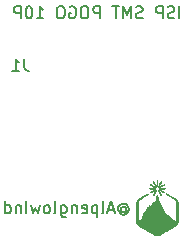
<source format=gbr>
%TF.GenerationSoftware,KiCad,Pcbnew,(5.1.8)-1*%
%TF.CreationDate,2021-11-24T15:46:08-08:00*%
%TF.ProjectId,ISP_SMT_Pogo_10p,4953505f-534d-4545-9f50-6f676f5f3130,rev?*%
%TF.SameCoordinates,Original*%
%TF.FileFunction,Legend,Bot*%
%TF.FilePolarity,Positive*%
%FSLAX46Y46*%
G04 Gerber Fmt 4.6, Leading zero omitted, Abs format (unit mm)*
G04 Created by KiCad (PCBNEW (5.1.8)-1) date 2021-11-24 15:46:08*
%MOMM*%
%LPD*%
G01*
G04 APERTURE LIST*
%ADD10C,0.150000*%
%ADD11C,0.010000*%
G04 APERTURE END LIST*
D10*
X139219214Y-90146190D02*
X139266385Y-90098571D01*
X139360728Y-90050952D01*
X139455071Y-90050952D01*
X139549414Y-90098571D01*
X139596585Y-90146190D01*
X139643757Y-90241428D01*
X139643757Y-90336666D01*
X139596585Y-90431904D01*
X139549414Y-90479523D01*
X139455071Y-90527142D01*
X139360728Y-90527142D01*
X139266385Y-90479523D01*
X139219214Y-90431904D01*
X139219214Y-90050952D02*
X139219214Y-90431904D01*
X139172042Y-90479523D01*
X139124871Y-90479523D01*
X139030528Y-90431904D01*
X138983357Y-90336666D01*
X138983357Y-90098571D01*
X139077700Y-89955714D01*
X139219214Y-89860476D01*
X139407900Y-89812857D01*
X139596585Y-89860476D01*
X139738100Y-89955714D01*
X139832442Y-90098571D01*
X139879614Y-90289047D01*
X139832442Y-90479523D01*
X139738100Y-90622380D01*
X139596585Y-90717619D01*
X139407900Y-90765238D01*
X139219214Y-90717619D01*
X139077700Y-90622380D01*
X138605985Y-90336666D02*
X138134271Y-90336666D01*
X138700328Y-90622380D02*
X138370128Y-89622380D01*
X138039928Y-90622380D01*
X137568214Y-90622380D02*
X137662557Y-90574761D01*
X137709728Y-90479523D01*
X137709728Y-89622380D01*
X137190842Y-89955714D02*
X137190842Y-90955714D01*
X137190842Y-90003333D02*
X137096500Y-89955714D01*
X136907814Y-89955714D01*
X136813471Y-90003333D01*
X136766300Y-90050952D01*
X136719128Y-90146190D01*
X136719128Y-90431904D01*
X136766300Y-90527142D01*
X136813471Y-90574761D01*
X136907814Y-90622380D01*
X137096500Y-90622380D01*
X137190842Y-90574761D01*
X135917214Y-90574761D02*
X136011557Y-90622380D01*
X136200242Y-90622380D01*
X136294585Y-90574761D01*
X136341757Y-90479523D01*
X136341757Y-90098571D01*
X136294585Y-90003333D01*
X136200242Y-89955714D01*
X136011557Y-89955714D01*
X135917214Y-90003333D01*
X135870042Y-90098571D01*
X135870042Y-90193809D01*
X136341757Y-90289047D01*
X135445500Y-89955714D02*
X135445500Y-90622380D01*
X135445500Y-90050952D02*
X135398328Y-90003333D01*
X135303985Y-89955714D01*
X135162471Y-89955714D01*
X135068128Y-90003333D01*
X135020957Y-90098571D01*
X135020957Y-90622380D01*
X134124700Y-89955714D02*
X134124700Y-90765238D01*
X134171871Y-90860476D01*
X134219042Y-90908095D01*
X134313385Y-90955714D01*
X134454900Y-90955714D01*
X134549242Y-90908095D01*
X134124700Y-90574761D02*
X134219042Y-90622380D01*
X134407728Y-90622380D01*
X134502071Y-90574761D01*
X134549242Y-90527142D01*
X134596414Y-90431904D01*
X134596414Y-90146190D01*
X134549242Y-90050952D01*
X134502071Y-90003333D01*
X134407728Y-89955714D01*
X134219042Y-89955714D01*
X134124700Y-90003333D01*
X133511471Y-90622380D02*
X133605814Y-90574761D01*
X133652985Y-90479523D01*
X133652985Y-89622380D01*
X132992585Y-90622380D02*
X133086928Y-90574761D01*
X133134100Y-90527142D01*
X133181271Y-90431904D01*
X133181271Y-90146190D01*
X133134100Y-90050952D01*
X133086928Y-90003333D01*
X132992585Y-89955714D01*
X132851071Y-89955714D01*
X132756728Y-90003333D01*
X132709557Y-90050952D01*
X132662385Y-90146190D01*
X132662385Y-90431904D01*
X132709557Y-90527142D01*
X132756728Y-90574761D01*
X132851071Y-90622380D01*
X132992585Y-90622380D01*
X132332185Y-89955714D02*
X132143500Y-90622380D01*
X131954814Y-90146190D01*
X131766128Y-90622380D01*
X131577442Y-89955714D01*
X131200071Y-90622380D02*
X131200071Y-89622380D01*
X130728357Y-89955714D02*
X130728357Y-90622380D01*
X130728357Y-90050952D02*
X130681185Y-90003333D01*
X130586842Y-89955714D01*
X130445328Y-89955714D01*
X130350985Y-90003333D01*
X130303814Y-90098571D01*
X130303814Y-90622380D01*
X129407557Y-90622380D02*
X129407557Y-89622380D01*
X129407557Y-90574761D02*
X129501900Y-90622380D01*
X129690585Y-90622380D01*
X129784928Y-90574761D01*
X129832100Y-90527142D01*
X129879271Y-90431904D01*
X129879271Y-90146190D01*
X129832100Y-90050952D01*
X129784928Y-90003333D01*
X129690585Y-89955714D01*
X129501900Y-89955714D01*
X129407557Y-90003333D01*
X144141371Y-74112380D02*
X144141371Y-73112380D01*
X143716828Y-74064761D02*
X143575314Y-74112380D01*
X143339457Y-74112380D01*
X143245114Y-74064761D01*
X143197942Y-74017142D01*
X143150771Y-73921904D01*
X143150771Y-73826666D01*
X143197942Y-73731428D01*
X143245114Y-73683809D01*
X143339457Y-73636190D01*
X143528142Y-73588571D01*
X143622485Y-73540952D01*
X143669657Y-73493333D01*
X143716828Y-73398095D01*
X143716828Y-73302857D01*
X143669657Y-73207619D01*
X143622485Y-73160000D01*
X143528142Y-73112380D01*
X143292285Y-73112380D01*
X143150771Y-73160000D01*
X142726228Y-74112380D02*
X142726228Y-73112380D01*
X142348857Y-73112380D01*
X142254514Y-73160000D01*
X142207342Y-73207619D01*
X142160171Y-73302857D01*
X142160171Y-73445714D01*
X142207342Y-73540952D01*
X142254514Y-73588571D01*
X142348857Y-73636190D01*
X142726228Y-73636190D01*
X141028057Y-74064761D02*
X140886542Y-74112380D01*
X140650685Y-74112380D01*
X140556342Y-74064761D01*
X140509171Y-74017142D01*
X140462000Y-73921904D01*
X140462000Y-73826666D01*
X140509171Y-73731428D01*
X140556342Y-73683809D01*
X140650685Y-73636190D01*
X140839371Y-73588571D01*
X140933714Y-73540952D01*
X140980885Y-73493333D01*
X141028057Y-73398095D01*
X141028057Y-73302857D01*
X140980885Y-73207619D01*
X140933714Y-73160000D01*
X140839371Y-73112380D01*
X140603514Y-73112380D01*
X140462000Y-73160000D01*
X140037457Y-74112380D02*
X140037457Y-73112380D01*
X139707257Y-73826666D01*
X139377057Y-73112380D01*
X139377057Y-74112380D01*
X139046857Y-73112380D02*
X138480800Y-73112380D01*
X138763828Y-74112380D02*
X138763828Y-73112380D01*
X137395857Y-74112380D02*
X137395857Y-73112380D01*
X137018485Y-73112380D01*
X136924142Y-73160000D01*
X136876971Y-73207619D01*
X136829800Y-73302857D01*
X136829800Y-73445714D01*
X136876971Y-73540952D01*
X136924142Y-73588571D01*
X137018485Y-73636190D01*
X137395857Y-73636190D01*
X136216571Y-73112380D02*
X136027885Y-73112380D01*
X135933542Y-73160000D01*
X135839200Y-73255238D01*
X135792028Y-73445714D01*
X135792028Y-73779047D01*
X135839200Y-73969523D01*
X135933542Y-74064761D01*
X136027885Y-74112380D01*
X136216571Y-74112380D01*
X136310914Y-74064761D01*
X136405257Y-73969523D01*
X136452428Y-73779047D01*
X136452428Y-73445714D01*
X136405257Y-73255238D01*
X136310914Y-73160000D01*
X136216571Y-73112380D01*
X134848600Y-73160000D02*
X134942942Y-73112380D01*
X135084457Y-73112380D01*
X135225971Y-73160000D01*
X135320314Y-73255238D01*
X135367485Y-73350476D01*
X135414657Y-73540952D01*
X135414657Y-73683809D01*
X135367485Y-73874285D01*
X135320314Y-73969523D01*
X135225971Y-74064761D01*
X135084457Y-74112380D01*
X134990114Y-74112380D01*
X134848600Y-74064761D01*
X134801428Y-74017142D01*
X134801428Y-73683809D01*
X134990114Y-73683809D01*
X134188200Y-73112380D02*
X133999514Y-73112380D01*
X133905171Y-73160000D01*
X133810828Y-73255238D01*
X133763657Y-73445714D01*
X133763657Y-73779047D01*
X133810828Y-73969523D01*
X133905171Y-74064761D01*
X133999514Y-74112380D01*
X134188200Y-74112380D01*
X134282542Y-74064761D01*
X134376885Y-73969523D01*
X134424057Y-73779047D01*
X134424057Y-73445714D01*
X134376885Y-73255238D01*
X134282542Y-73160000D01*
X134188200Y-73112380D01*
X132065485Y-74112380D02*
X132631542Y-74112380D01*
X132348514Y-74112380D02*
X132348514Y-73112380D01*
X132442857Y-73255238D01*
X132537200Y-73350476D01*
X132631542Y-73398095D01*
X131452257Y-73112380D02*
X131357914Y-73112380D01*
X131263571Y-73160000D01*
X131216400Y-73207619D01*
X131169228Y-73302857D01*
X131122057Y-73493333D01*
X131122057Y-73731428D01*
X131169228Y-73921904D01*
X131216400Y-74017142D01*
X131263571Y-74064761D01*
X131357914Y-74112380D01*
X131452257Y-74112380D01*
X131546600Y-74064761D01*
X131593771Y-74017142D01*
X131640942Y-73921904D01*
X131688114Y-73731428D01*
X131688114Y-73493333D01*
X131640942Y-73302857D01*
X131593771Y-73207619D01*
X131546600Y-73160000D01*
X131452257Y-73112380D01*
X130697514Y-74112380D02*
X130697514Y-73112380D01*
X130320142Y-73112380D01*
X130225800Y-73160000D01*
X130178628Y-73207619D01*
X130131457Y-73302857D01*
X130131457Y-73445714D01*
X130178628Y-73540952D01*
X130225800Y-73588571D01*
X130320142Y-73636190D01*
X130697514Y-73636190D01*
D11*
%TO.C,G\u002A\u002A\u002A*%
G36*
X142247022Y-87836940D02*
G01*
X142240334Y-87865859D01*
X142232421Y-87908408D01*
X142225464Y-87951749D01*
X142217081Y-88011973D01*
X142212941Y-88058388D01*
X142212965Y-88099870D01*
X142217076Y-88145296D01*
X142223387Y-88191318D01*
X142232498Y-88252880D01*
X142239019Y-88294666D01*
X142243695Y-88319746D01*
X142247270Y-88331192D01*
X142250491Y-88332075D01*
X142254102Y-88325468D01*
X142255270Y-88322727D01*
X142259818Y-88304332D01*
X142266131Y-88268893D01*
X142273219Y-88222288D01*
X142277513Y-88190792D01*
X142284258Y-88130716D01*
X142286636Y-88080404D01*
X142284567Y-88029896D01*
X142277973Y-87969228D01*
X142275597Y-87951223D01*
X142268177Y-87900806D01*
X142261017Y-87860129D01*
X142255012Y-87833839D01*
X142251526Y-87826272D01*
X142247022Y-87836940D01*
G37*
X142247022Y-87836940D02*
X142240334Y-87865859D01*
X142232421Y-87908408D01*
X142225464Y-87951749D01*
X142217081Y-88011973D01*
X142212941Y-88058388D01*
X142212965Y-88099870D01*
X142217076Y-88145296D01*
X142223387Y-88191318D01*
X142232498Y-88252880D01*
X142239019Y-88294666D01*
X142243695Y-88319746D01*
X142247270Y-88331192D01*
X142250491Y-88332075D01*
X142254102Y-88325468D01*
X142255270Y-88322727D01*
X142259818Y-88304332D01*
X142266131Y-88268893D01*
X142273219Y-88222288D01*
X142277513Y-88190792D01*
X142284258Y-88130716D01*
X142286636Y-88080404D01*
X142284567Y-88029896D01*
X142277973Y-87969228D01*
X142275597Y-87951223D01*
X142268177Y-87900806D01*
X142261017Y-87860129D01*
X142255012Y-87833839D01*
X142251526Y-87826272D01*
X142247022Y-87836940D01*
G36*
X141911644Y-87933879D02*
G01*
X141920557Y-87962918D01*
X141935084Y-88004167D01*
X141950173Y-88044002D01*
X141981571Y-88117140D01*
X142015737Y-88178929D01*
X142059223Y-88240799D01*
X142073576Y-88259206D01*
X142105435Y-88298983D01*
X142131737Y-88331019D01*
X142149400Y-88351612D01*
X142155272Y-88357363D01*
X142158541Y-88348163D01*
X142158596Y-88342931D01*
X142154220Y-88326575D01*
X142142921Y-88294273D01*
X142126638Y-88251401D01*
X142115036Y-88222231D01*
X142074604Y-88136488D01*
X142023261Y-88055537D01*
X141993615Y-88016155D01*
X141961659Y-87976518D01*
X141934974Y-87945334D01*
X141916626Y-87926064D01*
X141909863Y-87921651D01*
X141911644Y-87933879D01*
G37*
X141911644Y-87933879D02*
X141920557Y-87962918D01*
X141935084Y-88004167D01*
X141950173Y-88044002D01*
X141981571Y-88117140D01*
X142015737Y-88178929D01*
X142059223Y-88240799D01*
X142073576Y-88259206D01*
X142105435Y-88298983D01*
X142131737Y-88331019D01*
X142149400Y-88351612D01*
X142155272Y-88357363D01*
X142158541Y-88348163D01*
X142158596Y-88342931D01*
X142154220Y-88326575D01*
X142142921Y-88294273D01*
X142126638Y-88251401D01*
X142115036Y-88222231D01*
X142074604Y-88136488D01*
X142023261Y-88055537D01*
X141993615Y-88016155D01*
X141961659Y-87976518D01*
X141934974Y-87945334D01*
X141916626Y-87926064D01*
X141909863Y-87921651D01*
X141911644Y-87933879D01*
G36*
X142582976Y-87920549D02*
G01*
X142571812Y-87933149D01*
X142558574Y-87950297D01*
X142535283Y-87980419D01*
X142506024Y-88018231D01*
X142492063Y-88036265D01*
X142459026Y-88082309D01*
X142428867Y-88130232D01*
X142406820Y-88171546D01*
X142402585Y-88181345D01*
X142383564Y-88229262D01*
X142363339Y-88280202D01*
X142355623Y-88299636D01*
X142344491Y-88331397D01*
X142339979Y-88352364D01*
X142341612Y-88357363D01*
X142351837Y-88348771D01*
X142372809Y-88325457D01*
X142401342Y-88291112D01*
X142430147Y-88254735D01*
X142479810Y-88185916D01*
X142517721Y-88120739D01*
X142550104Y-88048347D01*
X142553736Y-88039116D01*
X142575792Y-87979632D01*
X142588052Y-87939840D01*
X142590464Y-87920044D01*
X142582976Y-87920549D01*
G37*
X142582976Y-87920549D02*
X142571812Y-87933149D01*
X142558574Y-87950297D01*
X142535283Y-87980419D01*
X142506024Y-88018231D01*
X142492063Y-88036265D01*
X142459026Y-88082309D01*
X142428867Y-88130232D01*
X142406820Y-88171546D01*
X142402585Y-88181345D01*
X142383564Y-88229262D01*
X142363339Y-88280202D01*
X142355623Y-88299636D01*
X142344491Y-88331397D01*
X142339979Y-88352364D01*
X142341612Y-88357363D01*
X142351837Y-88348771D01*
X142372809Y-88325457D01*
X142401342Y-88291112D01*
X142430147Y-88254735D01*
X142479810Y-88185916D01*
X142517721Y-88120739D01*
X142550104Y-88048347D01*
X142553736Y-88039116D01*
X142575792Y-87979632D01*
X142588052Y-87939840D01*
X142590464Y-87920044D01*
X142582976Y-87920549D01*
G36*
X141666552Y-88179139D02*
G01*
X141683249Y-88196823D01*
X141712635Y-88222952D01*
X141749908Y-88253274D01*
X141788883Y-88283117D01*
X141824051Y-88307677D01*
X141859834Y-88329265D01*
X141900659Y-88350194D01*
X141950947Y-88372775D01*
X142015125Y-88399320D01*
X142075477Y-88423396D01*
X142088486Y-88422906D01*
X142089884Y-88419212D01*
X142081350Y-88408377D01*
X142058316Y-88386910D01*
X142024607Y-88358231D01*
X141995506Y-88334748D01*
X141911512Y-88275556D01*
X141823974Y-88229758D01*
X141792383Y-88216407D01*
X141744646Y-88197888D01*
X141703638Y-88183250D01*
X141674873Y-88174393D01*
X141665412Y-88172636D01*
X141666552Y-88179139D01*
G37*
X141666552Y-88179139D02*
X141683249Y-88196823D01*
X141712635Y-88222952D01*
X141749908Y-88253274D01*
X141788883Y-88283117D01*
X141824051Y-88307677D01*
X141859834Y-88329265D01*
X141900659Y-88350194D01*
X141950947Y-88372775D01*
X142015125Y-88399320D01*
X142075477Y-88423396D01*
X142088486Y-88422906D01*
X142089884Y-88419212D01*
X142081350Y-88408377D01*
X142058316Y-88386910D01*
X142024607Y-88358231D01*
X141995506Y-88334748D01*
X141911512Y-88275556D01*
X141823974Y-88229758D01*
X141792383Y-88216407D01*
X141744646Y-88197888D01*
X141703638Y-88183250D01*
X141674873Y-88174393D01*
X141665412Y-88172636D01*
X141666552Y-88179139D01*
G36*
X142830469Y-88172284D02*
G01*
X142803606Y-88180152D01*
X142764002Y-88194390D01*
X142721031Y-88211472D01*
X142630959Y-88253510D01*
X142551004Y-88302446D01*
X142501667Y-88338897D01*
X142450768Y-88378972D01*
X142418033Y-88406276D01*
X142404013Y-88421503D01*
X142409259Y-88425347D01*
X142434322Y-88418505D01*
X142479753Y-88401670D01*
X142534409Y-88380176D01*
X142610593Y-88346592D01*
X142675665Y-88309223D01*
X142741406Y-88261254D01*
X142745113Y-88258302D01*
X142784318Y-88226086D01*
X142815688Y-88198607D01*
X142835443Y-88179283D01*
X142840363Y-88172179D01*
X142830469Y-88172284D01*
G37*
X142830469Y-88172284D02*
X142803606Y-88180152D01*
X142764002Y-88194390D01*
X142721031Y-88211472D01*
X142630959Y-88253510D01*
X142551004Y-88302446D01*
X142501667Y-88338897D01*
X142450768Y-88378972D01*
X142418033Y-88406276D01*
X142404013Y-88421503D01*
X142409259Y-88425347D01*
X142434322Y-88418505D01*
X142479753Y-88401670D01*
X142534409Y-88380176D01*
X142610593Y-88346592D01*
X142675665Y-88309223D01*
X142741406Y-88261254D01*
X142745113Y-88258302D01*
X142784318Y-88226086D01*
X142815688Y-88198607D01*
X142835443Y-88179283D01*
X142840363Y-88172179D01*
X142830469Y-88172284D01*
G36*
X141765136Y-88478215D02*
G01*
X141707711Y-88485077D01*
X141680732Y-88489015D01*
X141629601Y-88496980D01*
X141587672Y-88504037D01*
X141559734Y-88509346D01*
X141550567Y-88511857D01*
X141558902Y-88515349D01*
X141585035Y-88520781D01*
X141623826Y-88527406D01*
X141670138Y-88534482D01*
X141718833Y-88541263D01*
X141764774Y-88547006D01*
X141802821Y-88550967D01*
X141827838Y-88552401D01*
X141830136Y-88552352D01*
X141861704Y-88549707D01*
X141903931Y-88544522D01*
X141928272Y-88540948D01*
X141988228Y-88531401D01*
X142028283Y-88524508D01*
X142051364Y-88519448D01*
X142060398Y-88515399D01*
X142058312Y-88511538D01*
X142048440Y-88507199D01*
X142026637Y-88501712D01*
X141988477Y-88494720D01*
X141940540Y-88487372D01*
X141915667Y-88484015D01*
X141859891Y-88477880D01*
X141812788Y-88475881D01*
X141765136Y-88478215D01*
G37*
X141765136Y-88478215D02*
X141707711Y-88485077D01*
X141680732Y-88489015D01*
X141629601Y-88496980D01*
X141587672Y-88504037D01*
X141559734Y-88509346D01*
X141550567Y-88511857D01*
X141558902Y-88515349D01*
X141585035Y-88520781D01*
X141623826Y-88527406D01*
X141670138Y-88534482D01*
X141718833Y-88541263D01*
X141764774Y-88547006D01*
X141802821Y-88550967D01*
X141827838Y-88552401D01*
X141830136Y-88552352D01*
X141861704Y-88549707D01*
X141903931Y-88544522D01*
X141928272Y-88540948D01*
X141988228Y-88531401D01*
X142028283Y-88524508D01*
X142051364Y-88519448D01*
X142060398Y-88515399D01*
X142058312Y-88511538D01*
X142048440Y-88507199D01*
X142026637Y-88501712D01*
X141988477Y-88494720D01*
X141940540Y-88487372D01*
X141915667Y-88484015D01*
X141859891Y-88477880D01*
X141812788Y-88475881D01*
X141765136Y-88478215D01*
G36*
X142626968Y-88478773D02*
G01*
X142583120Y-88484181D01*
X142533485Y-88491560D01*
X142490552Y-88499020D01*
X142460939Y-88505368D01*
X142453722Y-88507543D01*
X142441736Y-88513888D01*
X142448367Y-88518705D01*
X142470909Y-88523282D01*
X142505347Y-88529161D01*
X142550356Y-88536858D01*
X142579825Y-88541902D01*
X142626309Y-88548718D01*
X142668390Y-88551591D01*
X142712855Y-88550333D01*
X142766487Y-88544760D01*
X142834591Y-88534914D01*
X142881844Y-88527375D01*
X142920651Y-88520779D01*
X142945167Y-88516139D01*
X142950045Y-88514936D01*
X142943980Y-88511851D01*
X142919001Y-88506276D01*
X142879055Y-88498989D01*
X142828087Y-88490768D01*
X142825444Y-88490365D01*
X142761749Y-88481341D01*
X142712751Y-88476536D01*
X142670479Y-88475748D01*
X142626968Y-88478773D01*
G37*
X142626968Y-88478773D02*
X142583120Y-88484181D01*
X142533485Y-88491560D01*
X142490552Y-88499020D01*
X142460939Y-88505368D01*
X142453722Y-88507543D01*
X142441736Y-88513888D01*
X142448367Y-88518705D01*
X142470909Y-88523282D01*
X142505347Y-88529161D01*
X142550356Y-88536858D01*
X142579825Y-88541902D01*
X142626309Y-88548718D01*
X142668390Y-88551591D01*
X142712855Y-88550333D01*
X142766487Y-88544760D01*
X142834591Y-88534914D01*
X142881844Y-88527375D01*
X142920651Y-88520779D01*
X142945167Y-88516139D01*
X142950045Y-88514936D01*
X142943980Y-88511851D01*
X142919001Y-88506276D01*
X142879055Y-88498989D01*
X142828087Y-88490768D01*
X142825444Y-88490365D01*
X142761749Y-88481341D01*
X142712751Y-88476536D01*
X142670479Y-88475748D01*
X142626968Y-88478773D01*
G36*
X142051784Y-88614850D02*
G01*
X142002731Y-88632610D01*
X141961067Y-88649358D01*
X141883713Y-88684484D01*
X141818287Y-88722260D01*
X141753925Y-88769069D01*
X141744583Y-88776543D01*
X141705147Y-88809750D01*
X141678848Y-88834795D01*
X141667672Y-88849640D01*
X141670232Y-88852862D01*
X141689679Y-88848175D01*
X141724540Y-88836349D01*
X141769042Y-88819428D01*
X141797516Y-88807867D01*
X141889593Y-88761776D01*
X141985532Y-88699523D01*
X142078633Y-88625479D01*
X142083366Y-88621304D01*
X142092707Y-88609058D01*
X142081978Y-88606953D01*
X142051784Y-88614850D01*
G37*
X142051784Y-88614850D02*
X142002731Y-88632610D01*
X141961067Y-88649358D01*
X141883713Y-88684484D01*
X141818287Y-88722260D01*
X141753925Y-88769069D01*
X141744583Y-88776543D01*
X141705147Y-88809750D01*
X141678848Y-88834795D01*
X141667672Y-88849640D01*
X141670232Y-88852862D01*
X141689679Y-88848175D01*
X141724540Y-88836349D01*
X141769042Y-88819428D01*
X141797516Y-88807867D01*
X141889593Y-88761776D01*
X141985532Y-88699523D01*
X142078633Y-88625479D01*
X142083366Y-88621304D01*
X142092707Y-88609058D01*
X142081978Y-88606953D01*
X142051784Y-88614850D01*
G36*
X142414270Y-88610793D02*
G01*
X142433715Y-88629873D01*
X142465043Y-88657116D01*
X142500755Y-88686186D01*
X142573323Y-88739223D01*
X142643315Y-88779816D01*
X142710584Y-88809997D01*
X142757685Y-88828406D01*
X142797370Y-88842905D01*
X142824412Y-88851641D01*
X142832806Y-88853348D01*
X142832992Y-88846582D01*
X142818579Y-88829873D01*
X142805727Y-88818112D01*
X142736545Y-88761254D01*
X142675161Y-88717513D01*
X142614459Y-88682377D01*
X142547320Y-88651335D01*
X142533780Y-88645743D01*
X142486147Y-88627027D01*
X142446296Y-88612608D01*
X142419112Y-88604181D01*
X142409924Y-88602828D01*
X142414270Y-88610793D01*
G37*
X142414270Y-88610793D02*
X142433715Y-88629873D01*
X142465043Y-88657116D01*
X142500755Y-88686186D01*
X142573323Y-88739223D01*
X142643315Y-88779816D01*
X142710584Y-88809997D01*
X142757685Y-88828406D01*
X142797370Y-88842905D01*
X142824412Y-88851641D01*
X142832806Y-88853348D01*
X142832992Y-88846582D01*
X142818579Y-88829873D01*
X142805727Y-88818112D01*
X142736545Y-88761254D01*
X142675161Y-88717513D01*
X142614459Y-88682377D01*
X142547320Y-88651335D01*
X142533780Y-88645743D01*
X142486147Y-88627027D01*
X142446296Y-88612608D01*
X142419112Y-88604181D01*
X142409924Y-88602828D01*
X142414270Y-88610793D01*
G36*
X142148409Y-88682296D02*
G01*
X142129254Y-88701370D01*
X142102007Y-88732410D01*
X142073539Y-88767294D01*
X142026947Y-88830036D01*
X141991605Y-88888456D01*
X141961305Y-88953347D01*
X141949300Y-88983290D01*
X141931428Y-89030861D01*
X141917845Y-89069912D01*
X141910083Y-89095837D01*
X141909104Y-89104043D01*
X141917683Y-89097505D01*
X141937352Y-89076138D01*
X141965083Y-89043384D01*
X141994207Y-89007297D01*
X142045171Y-88937894D01*
X142083900Y-88872204D01*
X142116472Y-88799876D01*
X142117367Y-88797622D01*
X142135082Y-88750979D01*
X142148445Y-88712071D01*
X142155778Y-88686019D01*
X142156503Y-88678372D01*
X142148409Y-88682296D01*
G37*
X142148409Y-88682296D02*
X142129254Y-88701370D01*
X142102007Y-88732410D01*
X142073539Y-88767294D01*
X142026947Y-88830036D01*
X141991605Y-88888456D01*
X141961305Y-88953347D01*
X141949300Y-88983290D01*
X141931428Y-89030861D01*
X141917845Y-89069912D01*
X141910083Y-89095837D01*
X141909104Y-89104043D01*
X141917683Y-89097505D01*
X141937352Y-89076138D01*
X141965083Y-89043384D01*
X141994207Y-89007297D01*
X142045171Y-88937894D01*
X142083900Y-88872204D01*
X142116472Y-88799876D01*
X142117367Y-88797622D01*
X142135082Y-88750979D01*
X142148445Y-88712071D01*
X142155778Y-88686019D01*
X142156503Y-88678372D01*
X142148409Y-88682296D01*
G36*
X142340480Y-88678268D02*
G01*
X142346348Y-88701305D01*
X142355212Y-88725775D01*
X142374070Y-88773308D01*
X142394626Y-88825168D01*
X142402544Y-88845159D01*
X142433021Y-88905773D01*
X142480302Y-88975245D01*
X142545586Y-89055307D01*
X142556275Y-89067511D01*
X142578742Y-89091473D01*
X142593720Y-89104600D01*
X142597428Y-89105163D01*
X142593587Y-89091605D01*
X142582815Y-89061418D01*
X142566866Y-89019367D01*
X142551462Y-88980153D01*
X142518651Y-88905592D01*
X142482882Y-88842621D01*
X142437640Y-88780014D01*
X142429034Y-88769216D01*
X142396619Y-88729795D01*
X142368929Y-88697658D01*
X142349466Y-88676780D01*
X142342466Y-88670934D01*
X142340480Y-88678268D01*
G37*
X142340480Y-88678268D02*
X142346348Y-88701305D01*
X142355212Y-88725775D01*
X142374070Y-88773308D01*
X142394626Y-88825168D01*
X142402544Y-88845159D01*
X142433021Y-88905773D01*
X142480302Y-88975245D01*
X142545586Y-89055307D01*
X142556275Y-89067511D01*
X142578742Y-89091473D01*
X142593720Y-89104600D01*
X142597428Y-89105163D01*
X142593587Y-89091605D01*
X142582815Y-89061418D01*
X142566866Y-89019367D01*
X142551462Y-88980153D01*
X142518651Y-88905592D01*
X142482882Y-88842621D01*
X142437640Y-88780014D01*
X142429034Y-88769216D01*
X142396619Y-88729795D01*
X142368929Y-88697658D01*
X142349466Y-88676780D01*
X142342466Y-88670934D01*
X142340480Y-88678268D01*
G36*
X143002353Y-88954123D02*
G01*
X143002350Y-88954840D01*
X143011876Y-88966149D01*
X143038237Y-88987988D01*
X143078767Y-89018518D01*
X143130803Y-89055901D01*
X143191678Y-89098301D01*
X143258729Y-89143878D01*
X143329289Y-89190796D01*
X143400695Y-89237216D01*
X143470280Y-89281300D01*
X143521171Y-89312635D01*
X143609246Y-89366839D01*
X143679623Y-89412258D01*
X143734933Y-89451053D01*
X143777809Y-89485387D01*
X143810884Y-89517423D01*
X143836790Y-89549322D01*
X143858158Y-89583248D01*
X143864244Y-89594461D01*
X143896772Y-89656227D01*
X143896058Y-90481727D01*
X143895825Y-90618528D01*
X143895380Y-90749148D01*
X143894744Y-90871661D01*
X143893937Y-90984142D01*
X143892979Y-91084664D01*
X143891892Y-91171302D01*
X143890694Y-91242131D01*
X143889408Y-91295225D01*
X143888052Y-91328658D01*
X143886958Y-91339857D01*
X143878572Y-91372487D01*
X143835718Y-91347232D01*
X143787411Y-91315959D01*
X143726817Y-91272450D01*
X143658464Y-91220294D01*
X143586881Y-91163079D01*
X143516596Y-91104394D01*
X143452138Y-91047827D01*
X143417636Y-91015916D01*
X143364889Y-90966957D01*
X143324681Y-90932480D01*
X143293799Y-90910085D01*
X143269031Y-90897367D01*
X143252988Y-90892820D01*
X143229364Y-90885699D01*
X143206087Y-90871395D01*
X143178804Y-90846378D01*
X143143161Y-90807114D01*
X143133406Y-90795794D01*
X142956148Y-90572588D01*
X142792030Y-90333106D01*
X142643614Y-90081596D01*
X142513461Y-89822305D01*
X142432478Y-89633136D01*
X142401876Y-89553033D01*
X142371347Y-89467675D01*
X142342524Y-89382109D01*
X142317039Y-89301380D01*
X142296525Y-89230532D01*
X142282613Y-89174611D01*
X142280114Y-89162259D01*
X142269451Y-89130295D01*
X142253261Y-89106124D01*
X142235775Y-89093549D01*
X142221223Y-89096374D01*
X142216319Y-89104896D01*
X142212331Y-89120886D01*
X142204304Y-89156576D01*
X142192867Y-89209052D01*
X142178647Y-89275399D01*
X142162270Y-89352703D01*
X142144365Y-89438049D01*
X142135752Y-89479376D01*
X142117501Y-89566091D01*
X142100501Y-89644875D01*
X142085361Y-89713060D01*
X142072689Y-89767978D01*
X142063095Y-89806964D01*
X142057187Y-89827349D01*
X142055790Y-89829724D01*
X142048915Y-89817738D01*
X142036779Y-89789899D01*
X142021932Y-89752080D01*
X142021035Y-89749688D01*
X142004875Y-89709206D01*
X141991980Y-89686147D01*
X141978821Y-89675867D01*
X141963308Y-89673703D01*
X141929616Y-89675697D01*
X141905793Y-89683974D01*
X141887681Y-89702623D01*
X141871121Y-89735732D01*
X141854217Y-89780962D01*
X141840007Y-89815147D01*
X141818653Y-89859180D01*
X141792528Y-89908938D01*
X141764007Y-89960294D01*
X141735461Y-90009125D01*
X141709263Y-90051306D01*
X141687788Y-90082712D01*
X141673407Y-90099218D01*
X141670249Y-90100727D01*
X141664126Y-90090820D01*
X141652750Y-90064942D01*
X141639636Y-90031454D01*
X141625108Y-89995809D01*
X141612628Y-89970806D01*
X141605381Y-89962181D01*
X141589060Y-89971860D01*
X141570227Y-89996109D01*
X141554113Y-90027743D01*
X141550711Y-90037227D01*
X141541596Y-90057895D01*
X141526591Y-90070125D01*
X141498914Y-90078020D01*
X141477045Y-90081810D01*
X141440798Y-90089592D01*
X141414461Y-90098967D01*
X141406220Y-90104901D01*
X141399034Y-90120931D01*
X141386431Y-90153376D01*
X141370477Y-90196807D01*
X141360038Y-90226218D01*
X141338312Y-90283766D01*
X141316756Y-90327932D01*
X141290097Y-90367773D01*
X141253067Y-90412350D01*
X141249210Y-90416718D01*
X141201013Y-90472546D01*
X141159529Y-90524551D01*
X141123379Y-90575666D01*
X141091187Y-90628825D01*
X141061577Y-90686958D01*
X141033172Y-90753000D01*
X141004594Y-90829883D01*
X140974467Y-90920538D01*
X140941414Y-91027899D01*
X140906357Y-91146980D01*
X140894174Y-91157838D01*
X140866915Y-91171845D01*
X140843988Y-91180993D01*
X140804976Y-91199076D01*
X140768460Y-91226160D01*
X140727805Y-91267311D01*
X140721079Y-91274852D01*
X140690573Y-91308127D01*
X140665276Y-91333412D01*
X140649357Y-91346621D01*
X140646800Y-91347636D01*
X140640571Y-91344005D01*
X140635101Y-91332215D01*
X140630335Y-91310920D01*
X140626217Y-91278774D01*
X140622693Y-91234432D01*
X140619706Y-91176546D01*
X140617200Y-91103771D01*
X140615121Y-91014761D01*
X140613413Y-90908170D01*
X140612019Y-90782652D01*
X140610886Y-90636861D01*
X140609957Y-90469451D01*
X140609878Y-90452696D01*
X140606318Y-89678983D01*
X140643164Y-89604105D01*
X140667741Y-89560162D01*
X140695492Y-89519427D01*
X140718210Y-89493024D01*
X140739464Y-89476207D01*
X140776975Y-89449950D01*
X140827156Y-89416621D01*
X140886420Y-89378590D01*
X140951182Y-89338226D01*
X140970000Y-89326713D01*
X141035447Y-89286053D01*
X141105013Y-89241449D01*
X141176022Y-89194758D01*
X141245799Y-89147840D01*
X141311666Y-89102550D01*
X141370950Y-89060748D01*
X141420973Y-89024290D01*
X141459060Y-88995035D01*
X141482535Y-88974840D01*
X141489002Y-88966386D01*
X141480758Y-88957964D01*
X141478121Y-88957727D01*
X141460074Y-88963031D01*
X141424774Y-88977939D01*
X141375207Y-89000942D01*
X141314361Y-89030532D01*
X141245225Y-89065202D01*
X141170785Y-89103444D01*
X141094030Y-89143750D01*
X141017947Y-89184611D01*
X140945524Y-89224520D01*
X140911632Y-89243639D01*
X140828033Y-89291930D01*
X140762132Y-89331750D01*
X140711020Y-89365046D01*
X140671788Y-89393763D01*
X140641527Y-89419848D01*
X140628035Y-89433373D01*
X140563190Y-89518208D01*
X140519000Y-89613264D01*
X140497627Y-89703902D01*
X140495346Y-89731242D01*
X140493162Y-89778727D01*
X140491091Y-89843947D01*
X140489150Y-89924493D01*
X140487355Y-90017954D01*
X140485722Y-90121919D01*
X140484268Y-90233980D01*
X140483009Y-90351725D01*
X140481961Y-90472744D01*
X140481141Y-90594628D01*
X140480565Y-90714967D01*
X140480249Y-90831349D01*
X140480210Y-90941366D01*
X140480465Y-91042606D01*
X140481029Y-91132660D01*
X140481919Y-91209118D01*
X140483151Y-91269569D01*
X140484742Y-91311604D01*
X140486575Y-91332149D01*
X140514061Y-91422850D01*
X140560408Y-91510683D01*
X140621765Y-91588594D01*
X140632389Y-91599345D01*
X140649495Y-91614874D01*
X140671660Y-91632530D01*
X140700389Y-91653242D01*
X140737188Y-91677939D01*
X140783561Y-91707550D01*
X140841012Y-91743002D01*
X140911047Y-91785226D01*
X140995169Y-91835150D01*
X141094885Y-91893702D01*
X141211698Y-91961812D01*
X141344639Y-92038975D01*
X141458299Y-92104724D01*
X141567574Y-92167716D01*
X141670574Y-92226873D01*
X141765409Y-92281122D01*
X141850189Y-92329387D01*
X141923024Y-92370592D01*
X141982024Y-92403662D01*
X142025298Y-92427522D01*
X142050957Y-92441096D01*
X142054263Y-92442694D01*
X142113030Y-92461964D01*
X142185652Y-92474043D01*
X142263928Y-92478568D01*
X142339655Y-92475178D01*
X142404631Y-92463509D01*
X142419463Y-92458822D01*
X142440605Y-92449068D01*
X142479549Y-92428818D01*
X142534174Y-92399253D01*
X142602363Y-92361558D01*
X142681997Y-92316914D01*
X142770957Y-92266504D01*
X142867125Y-92211512D01*
X142968382Y-92153119D01*
X143002508Y-92133331D01*
X143157141Y-92043557D01*
X143293140Y-91964533D01*
X143411806Y-91895355D01*
X143514438Y-91835118D01*
X143602337Y-91782917D01*
X143676802Y-91737849D01*
X143739134Y-91699007D01*
X143790633Y-91665488D01*
X143832599Y-91636387D01*
X143866332Y-91610799D01*
X143893132Y-91587820D01*
X143914300Y-91566545D01*
X143931134Y-91546069D01*
X143944936Y-91525489D01*
X143957005Y-91503899D01*
X143968642Y-91480394D01*
X143981147Y-91454070D01*
X143982353Y-91451545D01*
X144023772Y-91364954D01*
X144022298Y-90539454D01*
X144021976Y-90380036D01*
X144021593Y-90241995D01*
X144021105Y-90123619D01*
X144020472Y-90023194D01*
X144019652Y-89939006D01*
X144018602Y-89869342D01*
X144017280Y-89812489D01*
X144015645Y-89766734D01*
X144013654Y-89730363D01*
X144011266Y-89701664D01*
X144008439Y-89678921D01*
X144005130Y-89660423D01*
X144001298Y-89644456D01*
X144000292Y-89640798D01*
X143969842Y-89561890D01*
X143925465Y-89485730D01*
X143872307Y-89420416D01*
X143843529Y-89393939D01*
X143825089Y-89381668D01*
X143789733Y-89360635D01*
X143740141Y-89332284D01*
X143678995Y-89298058D01*
X143608976Y-89259398D01*
X143532766Y-89217747D01*
X143453047Y-89174548D01*
X143372499Y-89131244D01*
X143293805Y-89089276D01*
X143219646Y-89050088D01*
X143152703Y-89015122D01*
X143095657Y-88985820D01*
X143051191Y-88963625D01*
X143021986Y-88949980D01*
X143011215Y-88946181D01*
X143002353Y-88954123D01*
G37*
X143002353Y-88954123D02*
X143002350Y-88954840D01*
X143011876Y-88966149D01*
X143038237Y-88987988D01*
X143078767Y-89018518D01*
X143130803Y-89055901D01*
X143191678Y-89098301D01*
X143258729Y-89143878D01*
X143329289Y-89190796D01*
X143400695Y-89237216D01*
X143470280Y-89281300D01*
X143521171Y-89312635D01*
X143609246Y-89366839D01*
X143679623Y-89412258D01*
X143734933Y-89451053D01*
X143777809Y-89485387D01*
X143810884Y-89517423D01*
X143836790Y-89549322D01*
X143858158Y-89583248D01*
X143864244Y-89594461D01*
X143896772Y-89656227D01*
X143896058Y-90481727D01*
X143895825Y-90618528D01*
X143895380Y-90749148D01*
X143894744Y-90871661D01*
X143893937Y-90984142D01*
X143892979Y-91084664D01*
X143891892Y-91171302D01*
X143890694Y-91242131D01*
X143889408Y-91295225D01*
X143888052Y-91328658D01*
X143886958Y-91339857D01*
X143878572Y-91372487D01*
X143835718Y-91347232D01*
X143787411Y-91315959D01*
X143726817Y-91272450D01*
X143658464Y-91220294D01*
X143586881Y-91163079D01*
X143516596Y-91104394D01*
X143452138Y-91047827D01*
X143417636Y-91015916D01*
X143364889Y-90966957D01*
X143324681Y-90932480D01*
X143293799Y-90910085D01*
X143269031Y-90897367D01*
X143252988Y-90892820D01*
X143229364Y-90885699D01*
X143206087Y-90871395D01*
X143178804Y-90846378D01*
X143143161Y-90807114D01*
X143133406Y-90795794D01*
X142956148Y-90572588D01*
X142792030Y-90333106D01*
X142643614Y-90081596D01*
X142513461Y-89822305D01*
X142432478Y-89633136D01*
X142401876Y-89553033D01*
X142371347Y-89467675D01*
X142342524Y-89382109D01*
X142317039Y-89301380D01*
X142296525Y-89230532D01*
X142282613Y-89174611D01*
X142280114Y-89162259D01*
X142269451Y-89130295D01*
X142253261Y-89106124D01*
X142235775Y-89093549D01*
X142221223Y-89096374D01*
X142216319Y-89104896D01*
X142212331Y-89120886D01*
X142204304Y-89156576D01*
X142192867Y-89209052D01*
X142178647Y-89275399D01*
X142162270Y-89352703D01*
X142144365Y-89438049D01*
X142135752Y-89479376D01*
X142117501Y-89566091D01*
X142100501Y-89644875D01*
X142085361Y-89713060D01*
X142072689Y-89767978D01*
X142063095Y-89806964D01*
X142057187Y-89827349D01*
X142055790Y-89829724D01*
X142048915Y-89817738D01*
X142036779Y-89789899D01*
X142021932Y-89752080D01*
X142021035Y-89749688D01*
X142004875Y-89709206D01*
X141991980Y-89686147D01*
X141978821Y-89675867D01*
X141963308Y-89673703D01*
X141929616Y-89675697D01*
X141905793Y-89683974D01*
X141887681Y-89702623D01*
X141871121Y-89735732D01*
X141854217Y-89780962D01*
X141840007Y-89815147D01*
X141818653Y-89859180D01*
X141792528Y-89908938D01*
X141764007Y-89960294D01*
X141735461Y-90009125D01*
X141709263Y-90051306D01*
X141687788Y-90082712D01*
X141673407Y-90099218D01*
X141670249Y-90100727D01*
X141664126Y-90090820D01*
X141652750Y-90064942D01*
X141639636Y-90031454D01*
X141625108Y-89995809D01*
X141612628Y-89970806D01*
X141605381Y-89962181D01*
X141589060Y-89971860D01*
X141570227Y-89996109D01*
X141554113Y-90027743D01*
X141550711Y-90037227D01*
X141541596Y-90057895D01*
X141526591Y-90070125D01*
X141498914Y-90078020D01*
X141477045Y-90081810D01*
X141440798Y-90089592D01*
X141414461Y-90098967D01*
X141406220Y-90104901D01*
X141399034Y-90120931D01*
X141386431Y-90153376D01*
X141370477Y-90196807D01*
X141360038Y-90226218D01*
X141338312Y-90283766D01*
X141316756Y-90327932D01*
X141290097Y-90367773D01*
X141253067Y-90412350D01*
X141249210Y-90416718D01*
X141201013Y-90472546D01*
X141159529Y-90524551D01*
X141123379Y-90575666D01*
X141091187Y-90628825D01*
X141061577Y-90686958D01*
X141033172Y-90753000D01*
X141004594Y-90829883D01*
X140974467Y-90920538D01*
X140941414Y-91027899D01*
X140906357Y-91146980D01*
X140894174Y-91157838D01*
X140866915Y-91171845D01*
X140843988Y-91180993D01*
X140804976Y-91199076D01*
X140768460Y-91226160D01*
X140727805Y-91267311D01*
X140721079Y-91274852D01*
X140690573Y-91308127D01*
X140665276Y-91333412D01*
X140649357Y-91346621D01*
X140646800Y-91347636D01*
X140640571Y-91344005D01*
X140635101Y-91332215D01*
X140630335Y-91310920D01*
X140626217Y-91278774D01*
X140622693Y-91234432D01*
X140619706Y-91176546D01*
X140617200Y-91103771D01*
X140615121Y-91014761D01*
X140613413Y-90908170D01*
X140612019Y-90782652D01*
X140610886Y-90636861D01*
X140609957Y-90469451D01*
X140609878Y-90452696D01*
X140606318Y-89678983D01*
X140643164Y-89604105D01*
X140667741Y-89560162D01*
X140695492Y-89519427D01*
X140718210Y-89493024D01*
X140739464Y-89476207D01*
X140776975Y-89449950D01*
X140827156Y-89416621D01*
X140886420Y-89378590D01*
X140951182Y-89338226D01*
X140970000Y-89326713D01*
X141035447Y-89286053D01*
X141105013Y-89241449D01*
X141176022Y-89194758D01*
X141245799Y-89147840D01*
X141311666Y-89102550D01*
X141370950Y-89060748D01*
X141420973Y-89024290D01*
X141459060Y-88995035D01*
X141482535Y-88974840D01*
X141489002Y-88966386D01*
X141480758Y-88957964D01*
X141478121Y-88957727D01*
X141460074Y-88963031D01*
X141424774Y-88977939D01*
X141375207Y-89000942D01*
X141314361Y-89030532D01*
X141245225Y-89065202D01*
X141170785Y-89103444D01*
X141094030Y-89143750D01*
X141017947Y-89184611D01*
X140945524Y-89224520D01*
X140911632Y-89243639D01*
X140828033Y-89291930D01*
X140762132Y-89331750D01*
X140711020Y-89365046D01*
X140671788Y-89393763D01*
X140641527Y-89419848D01*
X140628035Y-89433373D01*
X140563190Y-89518208D01*
X140519000Y-89613264D01*
X140497627Y-89703902D01*
X140495346Y-89731242D01*
X140493162Y-89778727D01*
X140491091Y-89843947D01*
X140489150Y-89924493D01*
X140487355Y-90017954D01*
X140485722Y-90121919D01*
X140484268Y-90233980D01*
X140483009Y-90351725D01*
X140481961Y-90472744D01*
X140481141Y-90594628D01*
X140480565Y-90714967D01*
X140480249Y-90831349D01*
X140480210Y-90941366D01*
X140480465Y-91042606D01*
X140481029Y-91132660D01*
X140481919Y-91209118D01*
X140483151Y-91269569D01*
X140484742Y-91311604D01*
X140486575Y-91332149D01*
X140514061Y-91422850D01*
X140560408Y-91510683D01*
X140621765Y-91588594D01*
X140632389Y-91599345D01*
X140649495Y-91614874D01*
X140671660Y-91632530D01*
X140700389Y-91653242D01*
X140737188Y-91677939D01*
X140783561Y-91707550D01*
X140841012Y-91743002D01*
X140911047Y-91785226D01*
X140995169Y-91835150D01*
X141094885Y-91893702D01*
X141211698Y-91961812D01*
X141344639Y-92038975D01*
X141458299Y-92104724D01*
X141567574Y-92167716D01*
X141670574Y-92226873D01*
X141765409Y-92281122D01*
X141850189Y-92329387D01*
X141923024Y-92370592D01*
X141982024Y-92403662D01*
X142025298Y-92427522D01*
X142050957Y-92441096D01*
X142054263Y-92442694D01*
X142113030Y-92461964D01*
X142185652Y-92474043D01*
X142263928Y-92478568D01*
X142339655Y-92475178D01*
X142404631Y-92463509D01*
X142419463Y-92458822D01*
X142440605Y-92449068D01*
X142479549Y-92428818D01*
X142534174Y-92399253D01*
X142602363Y-92361558D01*
X142681997Y-92316914D01*
X142770957Y-92266504D01*
X142867125Y-92211512D01*
X142968382Y-92153119D01*
X143002508Y-92133331D01*
X143157141Y-92043557D01*
X143293140Y-91964533D01*
X143411806Y-91895355D01*
X143514438Y-91835118D01*
X143602337Y-91782917D01*
X143676802Y-91737849D01*
X143739134Y-91699007D01*
X143790633Y-91665488D01*
X143832599Y-91636387D01*
X143866332Y-91610799D01*
X143893132Y-91587820D01*
X143914300Y-91566545D01*
X143931134Y-91546069D01*
X143944936Y-91525489D01*
X143957005Y-91503899D01*
X143968642Y-91480394D01*
X143981147Y-91454070D01*
X143982353Y-91451545D01*
X144023772Y-91364954D01*
X144022298Y-90539454D01*
X144021976Y-90380036D01*
X144021593Y-90241995D01*
X144021105Y-90123619D01*
X144020472Y-90023194D01*
X144019652Y-89939006D01*
X144018602Y-89869342D01*
X144017280Y-89812489D01*
X144015645Y-89766734D01*
X144013654Y-89730363D01*
X144011266Y-89701664D01*
X144008439Y-89678921D01*
X144005130Y-89660423D01*
X144001298Y-89644456D01*
X144000292Y-89640798D01*
X143969842Y-89561890D01*
X143925465Y-89485730D01*
X143872307Y-89420416D01*
X143843529Y-89393939D01*
X143825089Y-89381668D01*
X143789733Y-89360635D01*
X143740141Y-89332284D01*
X143678995Y-89298058D01*
X143608976Y-89259398D01*
X143532766Y-89217747D01*
X143453047Y-89174548D01*
X143372499Y-89131244D01*
X143293805Y-89089276D01*
X143219646Y-89050088D01*
X143152703Y-89015122D01*
X143095657Y-88985820D01*
X143051191Y-88963625D01*
X143021986Y-88949980D01*
X143011215Y-88946181D01*
X143002353Y-88954123D01*
%TO.C,J1*%
D10*
X131016333Y-77557380D02*
X131016333Y-78271666D01*
X131063952Y-78414523D01*
X131159190Y-78509761D01*
X131302047Y-78557380D01*
X131397285Y-78557380D01*
X130016333Y-78557380D02*
X130587761Y-78557380D01*
X130302047Y-78557380D02*
X130302047Y-77557380D01*
X130397285Y-77700238D01*
X130492523Y-77795476D01*
X130587761Y-77843095D01*
%TD*%
M02*

</source>
